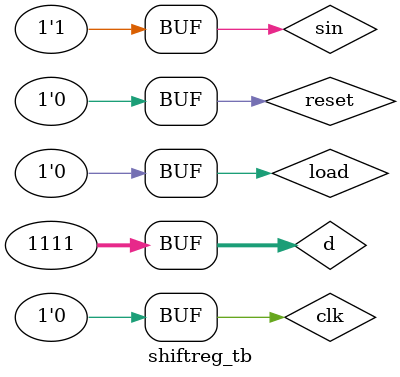
<source format=v>
module shiftreg#(parameter N = 8)(input clk,input reset,input sin,input[N-1:0] d,input load,output sout,output reg [N-1:0]q);
	always @(posedge clk,posedge reset)
	begin
		if(reset) begin
			q<=0;
		end
		else if (load) begin
			q<=d;
		end
		else begin
			q <= {q[N-2:0],sin};
		end
	end
	assign sout = q[N-1];
endmodule

module shiftreg_tb;

	parameter N = 32;
	reg clk,reset,sin,load;
	reg [N-1:0]d;
	wire sout;
	wire [N-1:0]q;
	
	always
	begin
		clk = 1;#5;
		clk = 0;#5;
	end
	
	shiftreg #(N)DUT(.clk(clk),.reset(reset),.sin(sin),.d(d),.load(load),.sout(sout),.q(q));
	
	initial
	begin
		reset = 1;#5;reset = 0;#5;
	end
	
	initial
	
	begin
		#10;sin = 1;
		#10;sin = 0;
		#10;sin = 1;
		#10;sin = 1;
		#10;d=1111;load = 1;#5;load = 0;
	end
	
endmodule
</source>
